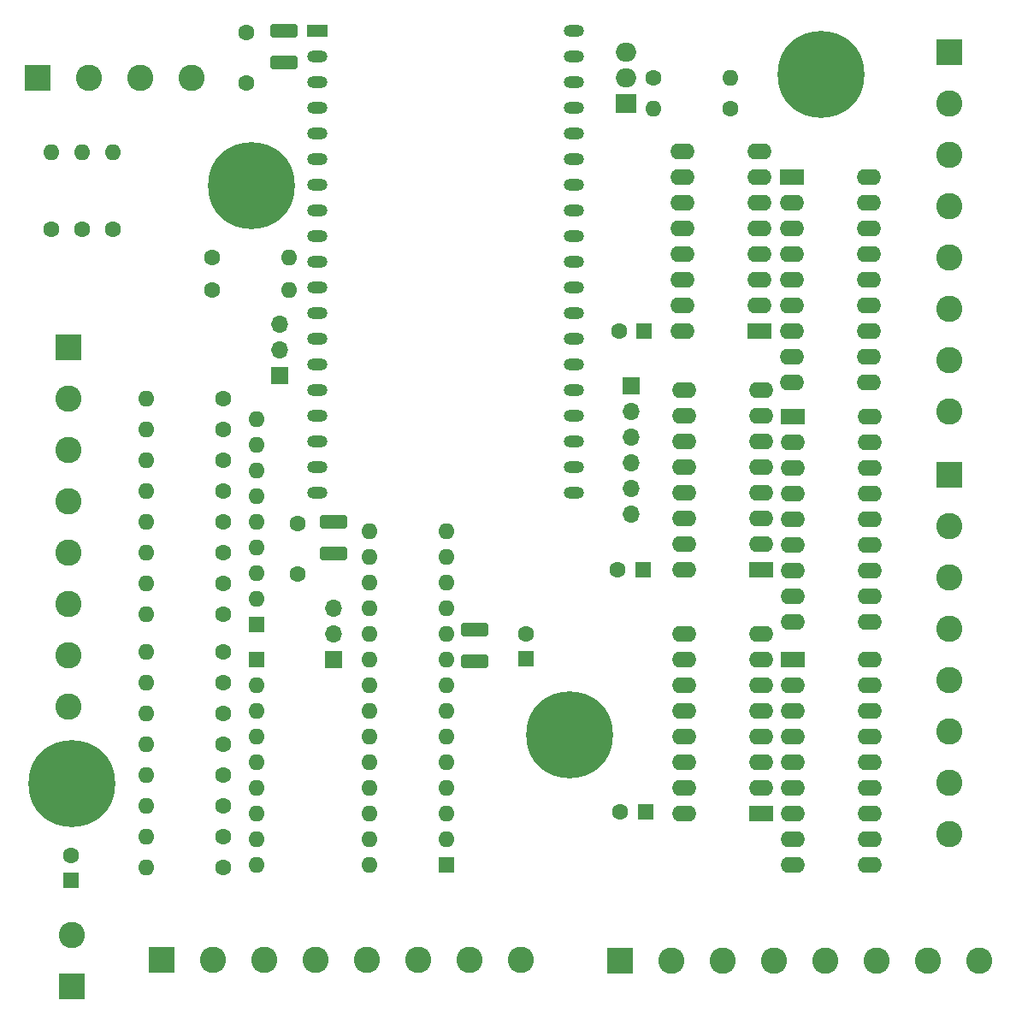
<source format=gbr>
%TF.GenerationSoftware,KiCad,Pcbnew,(7.0.0)*%
%TF.CreationDate,2023-05-27T01:43:55+02:00*%
%TF.ProjectId,workbench,776f726b-6265-46e6-9368-2e6b69636164,rev?*%
%TF.SameCoordinates,Original*%
%TF.FileFunction,Soldermask,Top*%
%TF.FilePolarity,Negative*%
%FSLAX46Y46*%
G04 Gerber Fmt 4.6, Leading zero omitted, Abs format (unit mm)*
G04 Created by KiCad (PCBNEW (7.0.0)) date 2023-05-27 01:43:55*
%MOMM*%
%LPD*%
G01*
G04 APERTURE LIST*
G04 Aperture macros list*
%AMRoundRect*
0 Rectangle with rounded corners*
0 $1 Rounding radius*
0 $2 $3 $4 $5 $6 $7 $8 $9 X,Y pos of 4 corners*
0 Add a 4 corners polygon primitive as box body*
4,1,4,$2,$3,$4,$5,$6,$7,$8,$9,$2,$3,0*
0 Add four circle primitives for the rounded corners*
1,1,$1+$1,$2,$3*
1,1,$1+$1,$4,$5*
1,1,$1+$1,$6,$7*
1,1,$1+$1,$8,$9*
0 Add four rect primitives between the rounded corners*
20,1,$1+$1,$2,$3,$4,$5,0*
20,1,$1+$1,$4,$5,$6,$7,0*
20,1,$1+$1,$6,$7,$8,$9,0*
20,1,$1+$1,$8,$9,$2,$3,0*%
G04 Aperture macros list end*
%ADD10R,1.700000X1.700000*%
%ADD11O,1.700000X1.700000*%
%ADD12RoundRect,0.250000X-1.100000X0.412500X-1.100000X-0.412500X1.100000X-0.412500X1.100000X0.412500X0*%
%ADD13C,8.600000*%
%ADD14C,0.900000*%
%ADD15RoundRect,0.250000X1.100000X-0.412500X1.100000X0.412500X-1.100000X0.412500X-1.100000X-0.412500X0*%
%ADD16R,1.600000X1.600000*%
%ADD17C,1.600000*%
%ADD18O,1.600000X1.600000*%
%ADD19R,2.400000X1.600000*%
%ADD20O,2.400000X1.600000*%
%ADD21R,2.600000X2.600000*%
%ADD22C,2.600000*%
%ADD23O,2.000000X1.200000*%
%ADD24R,2.000000X1.200000*%
%ADD25O,2.000000X1.905000*%
%ADD26R,2.000000X1.905000*%
G04 APERTURE END LIST*
D10*
%TO.C,J6*%
X121411999Y-81152999D03*
D11*
X121411999Y-78612999D03*
X121411999Y-76072999D03*
%TD*%
D10*
%TO.C,J8*%
X156209999Y-82168999D03*
D11*
X156209999Y-84708999D03*
X156209999Y-87248999D03*
X156209999Y-89788999D03*
X156209999Y-92328999D03*
X156209999Y-94868999D03*
%TD*%
D12*
%TO.C,C19*%
X121793000Y-47040000D03*
X121793000Y-50165000D03*
%TD*%
D13*
%TO.C,H4*%
X175006000Y-51308000D03*
D14*
X175006000Y-54533000D03*
X172725581Y-53588419D03*
X177286419Y-49027581D03*
X177286419Y-53588419D03*
X171781000Y-51308000D03*
X172725581Y-49027581D03*
X175006000Y-48083000D03*
X178231000Y-51308000D03*
%TD*%
D13*
%TO.C,H3*%
X118568000Y-62357000D03*
D14*
X118568000Y-65582000D03*
X116287581Y-64637419D03*
X120848419Y-60076581D03*
X120848419Y-64637419D03*
X115343000Y-62357000D03*
X116287581Y-60076581D03*
X118568000Y-59132000D03*
X121793000Y-62357000D03*
%TD*%
D13*
%TO.C,H2*%
X100788000Y-121539000D03*
D14*
X100788000Y-124764000D03*
X98507581Y-123819419D03*
X103068419Y-119258581D03*
X103068419Y-123819419D03*
X97563000Y-121539000D03*
X98507581Y-119258581D03*
X100788000Y-118314000D03*
X104013000Y-121539000D03*
%TD*%
D13*
%TO.C,H1*%
X150119600Y-116718600D03*
D14*
X150119600Y-119943600D03*
X147839181Y-118999019D03*
X152400019Y-114438181D03*
X152400019Y-118999019D03*
X146894600Y-116718600D03*
X147839181Y-114438181D03*
X150119600Y-113493600D03*
X153344600Y-116718600D03*
%TD*%
D15*
%TO.C,C5*%
X140716000Y-109424000D03*
X140716000Y-106299000D03*
%TD*%
D12*
%TO.C,C4*%
X126746000Y-95592500D03*
X126746000Y-98717500D03*
%TD*%
D16*
%TO.C,C3*%
X100710999Y-131103399D03*
D17*
X100711000Y-128603400D03*
%TD*%
D10*
%TO.C,J5*%
X126745999Y-109219999D03*
D11*
X126745999Y-106679999D03*
X126745999Y-104139999D03*
%TD*%
D17*
%TO.C,C2*%
X123190000Y-95758000D03*
X123190000Y-100758000D03*
%TD*%
%TO.C,C1*%
X118110000Y-47197000D03*
X118110000Y-52197000D03*
%TD*%
%TO.C,R53*%
X165989000Y-54737000D03*
D18*
X158368999Y-54736999D03*
%TD*%
D17*
%TO.C,R1*%
X115824000Y-108458000D03*
D18*
X108203999Y-108457999D03*
%TD*%
D17*
%TO.C,R52*%
X158369000Y-51689000D03*
D18*
X165988999Y-51688999D03*
%TD*%
D17*
%TO.C,R19*%
X114681000Y-69469000D03*
D18*
X122300999Y-69468999D03*
%TD*%
D19*
%TO.C,U10*%
X172158999Y-109219999D03*
D20*
X172158999Y-111759999D03*
X172158999Y-114299999D03*
X172158999Y-116839999D03*
X172158999Y-119379999D03*
X172158999Y-121919999D03*
X172158999Y-124459999D03*
X172158999Y-126999999D03*
X172158999Y-129539999D03*
X179778999Y-129539999D03*
X179778999Y-126999999D03*
X179778999Y-124459999D03*
X179778999Y-121919999D03*
X179778999Y-119379999D03*
X179778999Y-116839999D03*
X179778999Y-114299999D03*
X179778999Y-111759999D03*
X179778999Y-109219999D03*
%TD*%
D17*
%TO.C,R2*%
X115824000Y-111506000D03*
D18*
X108203999Y-111505999D03*
%TD*%
D17*
%TO.C,R20*%
X114681000Y-72644000D03*
D18*
X122300999Y-72643999D03*
%TD*%
D19*
%TO.C,U4*%
X169036999Y-124459999D03*
D20*
X169036999Y-121919999D03*
X169036999Y-119379999D03*
X169036999Y-116839999D03*
X169036999Y-114299999D03*
X169036999Y-111759999D03*
X169036999Y-109219999D03*
X169036999Y-106679999D03*
X161416999Y-106679999D03*
X161416999Y-109219999D03*
X161416999Y-111759999D03*
X161416999Y-114299999D03*
X161416999Y-116839999D03*
X161416999Y-119379999D03*
X161416999Y-121919999D03*
X161416999Y-124459999D03*
%TD*%
D16*
%TO.C,C16*%
X157606999Y-124332999D03*
D17*
X155107000Y-124333000D03*
%TD*%
D19*
%TO.C,U2*%
X168909999Y-76707999D03*
D20*
X168909999Y-74167999D03*
X168909999Y-71627999D03*
X168909999Y-69087999D03*
X168909999Y-66547999D03*
X168909999Y-64007999D03*
X168909999Y-61467999D03*
X168909999Y-58927999D03*
X161289999Y-58927999D03*
X161289999Y-61467999D03*
X161289999Y-64007999D03*
X161289999Y-66547999D03*
X161289999Y-69087999D03*
X161289999Y-71627999D03*
X161289999Y-74167999D03*
X161289999Y-76707999D03*
%TD*%
D16*
%TO.C,U6*%
X137921999Y-129539999D03*
D18*
X137921999Y-126999999D03*
X137921999Y-124459999D03*
X137921999Y-121919999D03*
X137921999Y-119379999D03*
X137921999Y-116839999D03*
X137921999Y-114299999D03*
X137921999Y-111759999D03*
X137921999Y-109219999D03*
X137921999Y-106679999D03*
X137921999Y-104139999D03*
X137921999Y-101599999D03*
X137921999Y-99059999D03*
X137921999Y-96519999D03*
X130301999Y-96519999D03*
X130301999Y-99059999D03*
X130301999Y-101599999D03*
X130301999Y-104139999D03*
X130301999Y-106679999D03*
X130301999Y-109219999D03*
X130301999Y-111759999D03*
X130301999Y-114299999D03*
X130301999Y-116839999D03*
X130301999Y-119379999D03*
X130301999Y-121919999D03*
X130301999Y-124459999D03*
X130301999Y-126999999D03*
X130301999Y-129539999D03*
%TD*%
D21*
%TO.C,J2*%
X187705999Y-90931999D03*
D22*
X187706000Y-96012000D03*
X187706000Y-101092000D03*
X187706000Y-106172000D03*
X187706000Y-111252000D03*
X187706000Y-116332000D03*
X187706000Y-121412000D03*
X187706000Y-126492000D03*
%TD*%
%TO.C,J3*%
X100457000Y-113919000D03*
X100457000Y-108839000D03*
X100457000Y-103759000D03*
X100457000Y-98679000D03*
X100457000Y-93599000D03*
X100457000Y-88519000D03*
X100457000Y-83439000D03*
D21*
X100456999Y-78358999D03*
%TD*%
D16*
%TO.C,C17*%
X157479999Y-76707999D03*
D17*
X154980000Y-76708000D03*
%TD*%
D23*
%TO.C,U11*%
X150494999Y-46989999D03*
X150494999Y-49529999D03*
X150494999Y-52069999D03*
X150494999Y-54609999D03*
X150494999Y-57149999D03*
X150494999Y-59689999D03*
X150494999Y-62229999D03*
X150494999Y-64769999D03*
X150494999Y-67309999D03*
X150494999Y-69849999D03*
X150494999Y-72389999D03*
X150494999Y-74929999D03*
X150494999Y-77469999D03*
X150494999Y-80009999D03*
X150494999Y-82549999D03*
X150494999Y-85089999D03*
X150494999Y-87629999D03*
X150491319Y-90167279D03*
X150491319Y-92707279D03*
X125094999Y-92709999D03*
X125094999Y-90169999D03*
X125094999Y-87629999D03*
X125094999Y-85089999D03*
X125094999Y-82549999D03*
X125094999Y-80009999D03*
X125094999Y-77469999D03*
X125094999Y-74929999D03*
X125094999Y-72389999D03*
X125094999Y-69849999D03*
X125094999Y-67309999D03*
X125094999Y-64769999D03*
X125094999Y-62229999D03*
X125094999Y-59689999D03*
X125094999Y-57149999D03*
X125094999Y-54609999D03*
X125094999Y-52069999D03*
X125094999Y-49529999D03*
D24*
X125094999Y-46989999D03*
%TD*%
D17*
%TO.C,R6*%
X115824000Y-123698000D03*
D18*
X108203999Y-123697999D03*
%TD*%
D21*
%TO.C,J4*%
X187705999Y-49148999D03*
D22*
X187706000Y-54229000D03*
X187706000Y-59309000D03*
X187706000Y-64389000D03*
X187706000Y-69469000D03*
X187706000Y-74549000D03*
X187706000Y-79629000D03*
X187706000Y-84709000D03*
%TD*%
D18*
%TO.C,R9*%
X108203999Y-104774999D03*
D17*
X115824000Y-104775000D03*
%TD*%
%TO.C,R13*%
X115824000Y-92583000D03*
D18*
X108203999Y-92582999D03*
%TD*%
D17*
%TO.C,R3*%
X115824000Y-114554000D03*
D18*
X108203999Y-114553999D03*
%TD*%
D17*
%TO.C,R22*%
X101854000Y-66675000D03*
D18*
X101853999Y-59054999D03*
%TD*%
D16*
%TO.C,C14*%
X145795999Y-109179999D03*
D17*
X145796000Y-106680000D03*
%TD*%
%TO.C,R12*%
X115824000Y-95631000D03*
D18*
X108203999Y-95630999D03*
%TD*%
D19*
%TO.C,U7*%
X169036999Y-100393999D03*
D20*
X169036999Y-97853999D03*
X169036999Y-95313999D03*
X169036999Y-92773999D03*
X169036999Y-90233999D03*
X169036999Y-87693999D03*
X169036999Y-85153999D03*
X169036999Y-82613999D03*
X161416999Y-82613999D03*
X161416999Y-85153999D03*
X161416999Y-87693999D03*
X161416999Y-90233999D03*
X161416999Y-92773999D03*
X161416999Y-95313999D03*
X161416999Y-97853999D03*
X161416999Y-100393999D03*
%TD*%
D17*
%TO.C,R7*%
X115824000Y-126746000D03*
D18*
X108203999Y-126745999D03*
%TD*%
D25*
%TO.C,Q3*%
X155701999Y-49148999D03*
X155701999Y-51688999D03*
D26*
X155701999Y-54228999D03*
%TD*%
D22*
%TO.C,J9*%
X190627000Y-139065000D03*
X185547000Y-139065000D03*
X180467000Y-139065000D03*
X175387000Y-139065000D03*
X170307000Y-139065000D03*
X165227000Y-139065000D03*
X160147000Y-139065000D03*
D21*
X155066999Y-139064999D03*
%TD*%
D19*
%TO.C,U3*%
X172084999Y-61467999D03*
D20*
X172084999Y-64007999D03*
X172084999Y-66547999D03*
X172084999Y-69087999D03*
X172084999Y-71627999D03*
X172084999Y-74167999D03*
X172084999Y-76707999D03*
X172084999Y-79247999D03*
X172084999Y-81787999D03*
X179704999Y-81787999D03*
X179704999Y-79247999D03*
X179704999Y-76707999D03*
X179704999Y-74167999D03*
X179704999Y-71627999D03*
X179704999Y-69087999D03*
X179704999Y-66547999D03*
X179704999Y-64007999D03*
X179704999Y-61467999D03*
%TD*%
D17*
%TO.C,R16*%
X115824000Y-83439000D03*
D18*
X108203999Y-83438999D03*
%TD*%
D17*
%TO.C,R11*%
X115824000Y-98679000D03*
D18*
X108203999Y-98678999D03*
%TD*%
D21*
%TO.C,J11*%
X109727999Y-138937999D03*
D22*
X114808000Y-138938000D03*
X119888000Y-138938000D03*
X124968000Y-138938000D03*
X130048000Y-138938000D03*
X135128000Y-138938000D03*
X140208000Y-138938000D03*
X145288000Y-138938000D03*
%TD*%
D17*
%TO.C,R35*%
X98806000Y-66675000D03*
D18*
X98805999Y-59054999D03*
%TD*%
D17*
%TO.C,R4*%
X115824000Y-117602000D03*
D18*
X108203999Y-117601999D03*
%TD*%
D17*
%TO.C,R21*%
X104902000Y-66675000D03*
D18*
X104901999Y-59054999D03*
%TD*%
D19*
%TO.C,U9*%
X172211999Y-85216999D03*
D20*
X172211999Y-87756999D03*
X172211999Y-90296999D03*
X172211999Y-92836999D03*
X172211999Y-95376999D03*
X172211999Y-97916999D03*
X172211999Y-100456999D03*
X172211999Y-102996999D03*
X172211999Y-105536999D03*
X179831999Y-105536999D03*
X179831999Y-102996999D03*
X179831999Y-100456999D03*
X179831999Y-97916999D03*
X179831999Y-95376999D03*
X179831999Y-92836999D03*
X179831999Y-90296999D03*
X179831999Y-87756999D03*
X179831999Y-85216999D03*
%TD*%
D17*
%TO.C,R10*%
X115824000Y-101727000D03*
D18*
X108203999Y-101726999D03*
%TD*%
%TO.C,R5*%
X108203999Y-120649999D03*
D17*
X115824000Y-120650000D03*
%TD*%
D21*
%TO.C,J10*%
X97408999Y-51688999D03*
D22*
X102489000Y-51689000D03*
X107569000Y-51689000D03*
X112649000Y-51689000D03*
%TD*%
D17*
%TO.C,R15*%
X115824000Y-86487000D03*
D18*
X108203999Y-86486999D03*
%TD*%
D17*
%TO.C,R14*%
X115824000Y-89535000D03*
D18*
X108203999Y-89534999D03*
%TD*%
D21*
%TO.C,J1*%
X100837999Y-141604999D03*
D22*
X100838000Y-136525000D03*
%TD*%
D16*
%TO.C,RN1*%
X119125999Y-105790999D03*
D18*
X119125999Y-103250999D03*
X119125999Y-100710999D03*
X119125999Y-98170999D03*
X119125999Y-95630999D03*
X119125999Y-93090999D03*
X119125999Y-90550999D03*
X119125999Y-88010999D03*
X119125999Y-85470999D03*
%TD*%
D16*
%TO.C,RN2*%
X119125999Y-109219999D03*
D18*
X119125999Y-111759999D03*
X119125999Y-114299999D03*
X119125999Y-116839999D03*
X119125999Y-119379999D03*
X119125999Y-121919999D03*
X119125999Y-124459999D03*
X119125999Y-126999999D03*
X119125999Y-129539999D03*
%TD*%
D17*
%TO.C,R8*%
X115824000Y-129794000D03*
D18*
X108203999Y-129793999D03*
%TD*%
D16*
%TO.C,C15*%
X157352999Y-100329999D03*
D17*
X154853000Y-100330000D03*
%TD*%
M02*

</source>
